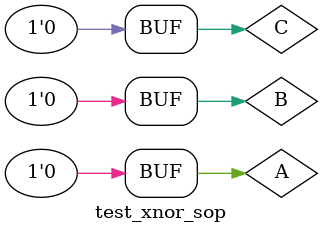
<source format=v>
`timescale 1ns / 1ps

module test_xnor_sop();
  reg A, B, C;
  wire F;
  
  xnor_sop xso(A, B, C, F);
  
  initial begin
    A = 1'b1;B = 1'b1;C = 1'b1;
  #100;
    A = 1'b1;B = 1'b1;C = 1'b0;
  #100;
    A = 1'b1;B = 1'b0;C = 1'b1;
  #100;  
    A = 1'b1;B = 1'b0;C = 1'b0;
  #100;
    A = 1'b0;B = 1'b1;C = 1'b1;
  #100;
    A = 1'b0;B = 1'b1;C = 1'b0;
  #100;
    A = 1'b0;B = 1'b0;C = 1'b1;
  #100;
    A = 1'b0;B = 1'b0;C = 1'b0;
  #100;
  end
endmodule

</source>
